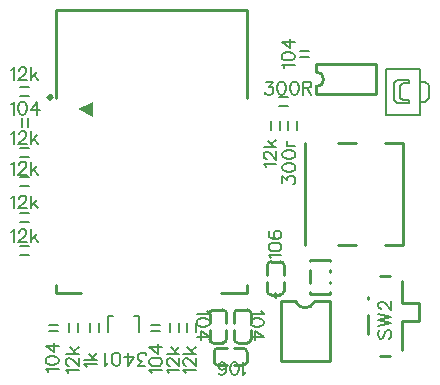
<source format=gto>
G04 Layer: TopSilkLayer*
G04 EasyEDA v6.4.25, 2021-11-23T22:35:47+08:00*
G04 b1e9ac58b82e44e2a900f0cbd8408905,45ba98ba689c459a8d72e4540021d05b,10*
G04 Gerber Generator version 0.2*
G04 Scale: 100 percent, Rotated: No, Reflected: No *
G04 Dimensions in millimeters *
G04 leading zeros omitted , absolute positions ,4 integer and 5 decimal *
%FSLAX45Y45*%
%MOMM*%

%ADD10C,0.2540*%
%ADD31C,0.2032*%
%ADD32C,0.1524*%
%ADD33C,0.2000*%
%ADD34C,0.3000*%

%LPD*%
D32*
X86918Y742375D02*
G01*
X97332Y747455D01*
X112826Y762949D01*
X112826Y653983D01*
X178358Y762949D02*
G01*
X162864Y757869D01*
X152450Y742375D01*
X147116Y716213D01*
X147116Y700719D01*
X152450Y674811D01*
X162864Y659063D01*
X178358Y653983D01*
X188772Y653983D01*
X204266Y659063D01*
X214680Y674811D01*
X220014Y700719D01*
X220014Y716213D01*
X214680Y742375D01*
X204266Y757869D01*
X188772Y762949D01*
X178358Y762949D01*
X306120Y762949D02*
G01*
X254304Y690305D01*
X332028Y690305D01*
X306120Y762949D02*
G01*
X306120Y653983D01*
X86918Y234370D02*
G01*
X97332Y239450D01*
X112826Y254944D01*
X112826Y145978D01*
X152450Y229036D02*
G01*
X152450Y234370D01*
X157530Y244784D01*
X162864Y249864D01*
X173278Y254944D01*
X193852Y254944D01*
X204266Y249864D01*
X209600Y244784D01*
X214680Y234370D01*
X214680Y223956D01*
X209600Y213542D01*
X199186Y197794D01*
X147116Y145978D01*
X220014Y145978D01*
X254304Y254944D02*
G01*
X254304Y145978D01*
X306120Y218622D02*
G01*
X254304Y166806D01*
X274878Y187634D02*
G01*
X311454Y145978D01*
X86918Y493450D02*
G01*
X97332Y498530D01*
X112826Y514024D01*
X112826Y405058D01*
X152450Y488116D02*
G01*
X152450Y493450D01*
X157530Y503864D01*
X162864Y508944D01*
X173278Y514024D01*
X193852Y514024D01*
X204266Y508944D01*
X209600Y503864D01*
X214680Y493450D01*
X214680Y483036D01*
X209600Y472622D01*
X199186Y456874D01*
X147116Y405058D01*
X220014Y405058D01*
X254304Y514024D02*
G01*
X254304Y405058D01*
X306120Y477702D02*
G01*
X254304Y425886D01*
X274878Y446714D02*
G01*
X311454Y405058D01*
X86918Y1031935D02*
G01*
X97332Y1037015D01*
X112826Y1052509D01*
X112826Y943543D01*
X152450Y1026601D02*
G01*
X152450Y1031935D01*
X157530Y1042349D01*
X162864Y1047429D01*
X173278Y1052509D01*
X193852Y1052509D01*
X204266Y1047429D01*
X209600Y1042349D01*
X214680Y1031935D01*
X214680Y1021521D01*
X209600Y1011107D01*
X199186Y995359D01*
X147116Y943543D01*
X220014Y943543D01*
X254304Y1052509D02*
G01*
X254304Y943543D01*
X306120Y1016187D02*
G01*
X254304Y964371D01*
X274878Y985199D02*
G01*
X311454Y943543D01*
X86918Y-339669D02*
G01*
X97332Y-334589D01*
X112826Y-319095D01*
X112826Y-428061D01*
X152450Y-345003D02*
G01*
X152450Y-339669D01*
X157530Y-329255D01*
X162864Y-324175D01*
X173278Y-319095D01*
X193852Y-319095D01*
X204266Y-324175D01*
X209600Y-329255D01*
X214680Y-339669D01*
X214680Y-350083D01*
X209600Y-360497D01*
X199186Y-376245D01*
X147116Y-428061D01*
X220014Y-428061D01*
X254304Y-319095D02*
G01*
X254304Y-428061D01*
X306120Y-355417D02*
G01*
X254304Y-407233D01*
X274878Y-386405D02*
G01*
X311454Y-428061D01*
X1561840Y-1536908D02*
G01*
X1556760Y-1526494D01*
X1541266Y-1511000D01*
X1650232Y-1511000D01*
X1567174Y-1471376D02*
G01*
X1561840Y-1471376D01*
X1551426Y-1466296D01*
X1546346Y-1460962D01*
X1541266Y-1450548D01*
X1541266Y-1429974D01*
X1546346Y-1419560D01*
X1551426Y-1414226D01*
X1561840Y-1409146D01*
X1572254Y-1409146D01*
X1582668Y-1414226D01*
X1598416Y-1424640D01*
X1650232Y-1476710D01*
X1650232Y-1403812D01*
X1541266Y-1369522D02*
G01*
X1650232Y-1369522D01*
X1577588Y-1317706D02*
G01*
X1629404Y-1369522D01*
X1608576Y-1348948D02*
G01*
X1650232Y-1312372D01*
X1421744Y-1536700D02*
G01*
X1416664Y-1526286D01*
X1401170Y-1510792D01*
X1510136Y-1510792D01*
X1427078Y-1471168D02*
G01*
X1421744Y-1471168D01*
X1411330Y-1466088D01*
X1406250Y-1460754D01*
X1401170Y-1450339D01*
X1401170Y-1429766D01*
X1406250Y-1419351D01*
X1411330Y-1414018D01*
X1421744Y-1408938D01*
X1432158Y-1408938D01*
X1442572Y-1414018D01*
X1458320Y-1424432D01*
X1510136Y-1476501D01*
X1510136Y-1403604D01*
X1401170Y-1369314D02*
G01*
X1510136Y-1369314D01*
X1437492Y-1317498D02*
G01*
X1489308Y-1369314D01*
X1468480Y-1348739D02*
G01*
X1510136Y-1312164D01*
X1274429Y-1536694D02*
G01*
X1269349Y-1526280D01*
X1253855Y-1510786D01*
X1362821Y-1510786D01*
X1253855Y-1445254D02*
G01*
X1258935Y-1460748D01*
X1274429Y-1471162D01*
X1300591Y-1476496D01*
X1316085Y-1476496D01*
X1341993Y-1471162D01*
X1357741Y-1460748D01*
X1362821Y-1445254D01*
X1362821Y-1434840D01*
X1357741Y-1419346D01*
X1341993Y-1408932D01*
X1316085Y-1403598D01*
X1300591Y-1403598D01*
X1274429Y-1408932D01*
X1258935Y-1419346D01*
X1253855Y-1434840D01*
X1253855Y-1445254D01*
X1253855Y-1317492D02*
G01*
X1326499Y-1369308D01*
X1326499Y-1291584D01*
X1253855Y-1317492D02*
G01*
X1362821Y-1317492D01*
X1218945Y-1471599D02*
G01*
X1161795Y-1471599D01*
X1193038Y-1430197D01*
X1177289Y-1430197D01*
X1167129Y-1424863D01*
X1161795Y-1419783D01*
X1156715Y-1404289D01*
X1156715Y-1393875D01*
X1161795Y-1378127D01*
X1172210Y-1367713D01*
X1187703Y-1362633D01*
X1203451Y-1362633D01*
X1218945Y-1367713D01*
X1224279Y-1373047D01*
X1229360Y-1383461D01*
X1070355Y-1471599D02*
G01*
X1122426Y-1398955D01*
X1044448Y-1398955D01*
X1070355Y-1471599D02*
G01*
X1070355Y-1362633D01*
X978915Y-1471599D02*
G01*
X994410Y-1466519D01*
X1004824Y-1451025D01*
X1010157Y-1424863D01*
X1010157Y-1409369D01*
X1004824Y-1383461D01*
X994410Y-1367713D01*
X978915Y-1362633D01*
X968501Y-1362633D01*
X953007Y-1367713D01*
X942593Y-1383461D01*
X937260Y-1409369D01*
X937260Y-1424863D01*
X942593Y-1451025D01*
X953007Y-1466519D01*
X968501Y-1471599D01*
X978915Y-1471599D01*
X902969Y-1451025D02*
G01*
X892810Y-1456105D01*
X877062Y-1471599D01*
X877062Y-1362633D01*
X725835Y-1485894D02*
G01*
X720755Y-1475480D01*
X705007Y-1459986D01*
X814227Y-1459986D01*
X705007Y-1425696D02*
G01*
X814227Y-1425696D01*
X741583Y-1373626D02*
G01*
X793399Y-1425696D01*
X772571Y-1404868D02*
G01*
X814227Y-1368546D01*
X568309Y-1536694D02*
G01*
X563229Y-1526280D01*
X547735Y-1510786D01*
X656701Y-1510786D01*
X573643Y-1471162D02*
G01*
X568309Y-1471162D01*
X557895Y-1466082D01*
X552815Y-1460748D01*
X547735Y-1450334D01*
X547735Y-1429760D01*
X552815Y-1419346D01*
X557895Y-1414012D01*
X568309Y-1408932D01*
X578723Y-1408932D01*
X589137Y-1414012D01*
X604885Y-1424426D01*
X656701Y-1476496D01*
X656701Y-1403598D01*
X547735Y-1369308D02*
G01*
X656701Y-1369308D01*
X584057Y-1317492D02*
G01*
X635873Y-1369308D01*
X615045Y-1348734D02*
G01*
X656701Y-1312158D01*
X398109Y-1526519D02*
G01*
X393029Y-1516105D01*
X377535Y-1500611D01*
X486501Y-1500611D01*
X377535Y-1435079D02*
G01*
X382615Y-1450573D01*
X398109Y-1460987D01*
X424271Y-1466321D01*
X439765Y-1466321D01*
X465673Y-1460987D01*
X481421Y-1450573D01*
X486501Y-1435079D01*
X486501Y-1424665D01*
X481421Y-1409171D01*
X465673Y-1398757D01*
X439765Y-1393423D01*
X424271Y-1393423D01*
X398109Y-1398757D01*
X382615Y-1409171D01*
X377535Y-1424665D01*
X377535Y-1435079D01*
X377535Y-1307317D02*
G01*
X450179Y-1359133D01*
X450179Y-1281409D01*
X377535Y-1307317D02*
G01*
X486501Y-1307317D01*
X2397074Y1051559D02*
G01*
X2391994Y1061974D01*
X2376500Y1077468D01*
X2485466Y1077468D01*
X2376500Y1143000D02*
G01*
X2381580Y1127505D01*
X2397074Y1117092D01*
X2423236Y1111757D01*
X2438730Y1111757D01*
X2464638Y1117092D01*
X2480386Y1127505D01*
X2485466Y1143000D01*
X2485466Y1153413D01*
X2480386Y1168907D01*
X2464638Y1179322D01*
X2438730Y1184655D01*
X2423236Y1184655D01*
X2397074Y1179322D01*
X2381580Y1168907D01*
X2376500Y1153413D01*
X2376500Y1143000D01*
X2376500Y1270761D02*
G01*
X2449144Y1218946D01*
X2449144Y1296670D01*
X2376500Y1270761D02*
G01*
X2485466Y1270761D01*
X2243063Y930574D02*
G01*
X2300213Y930574D01*
X2268971Y889172D01*
X2284719Y889172D01*
X2294879Y883838D01*
X2300213Y878758D01*
X2305293Y863264D01*
X2305293Y852850D01*
X2300213Y837102D01*
X2289799Y826688D01*
X2274305Y821608D01*
X2258557Y821608D01*
X2243063Y826688D01*
X2237729Y832022D01*
X2232649Y842436D01*
X2370825Y930574D02*
G01*
X2355331Y925494D01*
X2344917Y910000D01*
X2339583Y883838D01*
X2339583Y868344D01*
X2344917Y842436D01*
X2355331Y826688D01*
X2370825Y821608D01*
X2381239Y821608D01*
X2396733Y826688D01*
X2407147Y842436D01*
X2412481Y868344D01*
X2412481Y883838D01*
X2407147Y910000D01*
X2396733Y925494D01*
X2381239Y930574D01*
X2370825Y930574D01*
X2477759Y930574D02*
G01*
X2462265Y925494D01*
X2451851Y910000D01*
X2446771Y883838D01*
X2446771Y868344D01*
X2451851Y842436D01*
X2462265Y826688D01*
X2477759Y821608D01*
X2488173Y821608D01*
X2503921Y826688D01*
X2514335Y842436D01*
X2519415Y868344D01*
X2519415Y883838D01*
X2514335Y910000D01*
X2503921Y925494D01*
X2488173Y930574D01*
X2477759Y930574D01*
X2553705Y930574D02*
G01*
X2553705Y821608D01*
X2553705Y930574D02*
G01*
X2600441Y930574D01*
X2616189Y925494D01*
X2621269Y920414D01*
X2626349Y910000D01*
X2626349Y899586D01*
X2621269Y889172D01*
X2616189Y883838D01*
X2600441Y878758D01*
X2553705Y878758D01*
X2590027Y878758D02*
G01*
X2626349Y821608D01*
X2242129Y213215D02*
G01*
X2237049Y223629D01*
X2221555Y239123D01*
X2330521Y239123D01*
X2247463Y278747D02*
G01*
X2242129Y278747D01*
X2231715Y283827D01*
X2226635Y289161D01*
X2221555Y299575D01*
X2221555Y320149D01*
X2226635Y330563D01*
X2231715Y335897D01*
X2242129Y340977D01*
X2252543Y340977D01*
X2262957Y335897D01*
X2278705Y325483D01*
X2330521Y273413D01*
X2330521Y346311D01*
X2221555Y380601D02*
G01*
X2330521Y380601D01*
X2257877Y432417D02*
G01*
X2309693Y380601D01*
X2288865Y401175D02*
G01*
X2330521Y437751D01*
X2381470Y73799D02*
G01*
X2381470Y130949D01*
X2423126Y99961D01*
X2423126Y115455D01*
X2428206Y125869D01*
X2433540Y130949D01*
X2449034Y136283D01*
X2459448Y136283D01*
X2474942Y130949D01*
X2485356Y120535D01*
X2490690Y105041D01*
X2490690Y89547D01*
X2485356Y73799D01*
X2480276Y68719D01*
X2469862Y63385D01*
X2381470Y201815D02*
G01*
X2386804Y186067D01*
X2402298Y175653D01*
X2428206Y170573D01*
X2443954Y170573D01*
X2469862Y175653D01*
X2485356Y186067D01*
X2490690Y201815D01*
X2490690Y211975D01*
X2485356Y227723D01*
X2469862Y238137D01*
X2443954Y243217D01*
X2428206Y243217D01*
X2402298Y238137D01*
X2386804Y227723D01*
X2381470Y211975D01*
X2381470Y201815D01*
X2381470Y308749D02*
G01*
X2386804Y293255D01*
X2402298Y282841D01*
X2428206Y277507D01*
X2443954Y277507D01*
X2469862Y282841D01*
X2485356Y293255D01*
X2490690Y308749D01*
X2490690Y319163D01*
X2485356Y334657D01*
X2469862Y345071D01*
X2443954Y350405D01*
X2428206Y350405D01*
X2402298Y345071D01*
X2386804Y334657D01*
X2381470Y319163D01*
X2381470Y308749D01*
X2417792Y384695D02*
G01*
X2490690Y384695D01*
X2449034Y384695D02*
G01*
X2433540Y389775D01*
X2423126Y400189D01*
X2417792Y410603D01*
X2417792Y426097D01*
X86918Y-52649D02*
G01*
X97332Y-47569D01*
X112826Y-32075D01*
X112826Y-141041D01*
X152450Y-57983D02*
G01*
X152450Y-52649D01*
X157530Y-42235D01*
X162864Y-37155D01*
X173278Y-32075D01*
X193852Y-32075D01*
X204266Y-37155D01*
X209600Y-42235D01*
X214680Y-52649D01*
X214680Y-63063D01*
X209600Y-73477D01*
X199186Y-89225D01*
X147116Y-141041D01*
X220014Y-141041D01*
X254304Y-32075D02*
G01*
X254304Y-141041D01*
X306120Y-68397D02*
G01*
X254304Y-120213D01*
X274878Y-99385D02*
G01*
X311454Y-141041D01*
X2285339Y-563880D02*
G01*
X2280259Y-553466D01*
X2264765Y-537972D01*
X2373731Y-537972D01*
X2264765Y-472439D02*
G01*
X2269845Y-487934D01*
X2285339Y-498348D01*
X2311501Y-503682D01*
X2326995Y-503682D01*
X2352903Y-498348D01*
X2368651Y-487934D01*
X2373731Y-472439D01*
X2373731Y-462025D01*
X2368651Y-446532D01*
X2352903Y-436118D01*
X2326995Y-430784D01*
X2311501Y-430784D01*
X2285339Y-436118D01*
X2269845Y-446532D01*
X2264765Y-462025D01*
X2264765Y-472439D01*
X2280259Y-334263D02*
G01*
X2269845Y-339344D01*
X2264765Y-355092D01*
X2264765Y-365506D01*
X2269845Y-381000D01*
X2285339Y-391413D01*
X2311501Y-396494D01*
X2337409Y-396494D01*
X2358237Y-391413D01*
X2368651Y-381000D01*
X2373731Y-365506D01*
X2373731Y-360172D01*
X2368651Y-344678D01*
X2358237Y-334263D01*
X2342489Y-328930D01*
X2337409Y-328930D01*
X2321915Y-334263D01*
X2311501Y-344678D01*
X2306167Y-360172D01*
X2306167Y-365506D01*
X2311501Y-381000D01*
X2321915Y-391413D01*
X2337409Y-396494D01*
X2072629Y-1529770D02*
G01*
X2062215Y-1534850D01*
X2046721Y-1550344D01*
X2046721Y-1441378D01*
X1981189Y-1550344D02*
G01*
X1996683Y-1545264D01*
X2007097Y-1529770D01*
X2012431Y-1503608D01*
X2012431Y-1488114D01*
X2007097Y-1462206D01*
X1996683Y-1446458D01*
X1981189Y-1441378D01*
X1970775Y-1441378D01*
X1955281Y-1446458D01*
X1944867Y-1462206D01*
X1939533Y-1488114D01*
X1939533Y-1503608D01*
X1944867Y-1529770D01*
X1955281Y-1545264D01*
X1970775Y-1550344D01*
X1981189Y-1550344D01*
X1843013Y-1534850D02*
G01*
X1848093Y-1545264D01*
X1863841Y-1550344D01*
X1874255Y-1550344D01*
X1889749Y-1545264D01*
X1900163Y-1529770D01*
X1905243Y-1503608D01*
X1905243Y-1477700D01*
X1900163Y-1456872D01*
X1889749Y-1446458D01*
X1874255Y-1441378D01*
X1868921Y-1441378D01*
X1853427Y-1446458D01*
X1843013Y-1456872D01*
X1837679Y-1472620D01*
X1837679Y-1477700D01*
X1843013Y-1493194D01*
X1853427Y-1503608D01*
X1868921Y-1508942D01*
X1874255Y-1508942D01*
X1889749Y-1503608D01*
X1900163Y-1493194D01*
X1905243Y-1477700D01*
X1745655Y-1008385D02*
G01*
X1750735Y-1018799D01*
X1766229Y-1034293D01*
X1657263Y-1034293D01*
X1766229Y-1099825D02*
G01*
X1761149Y-1084331D01*
X1745655Y-1073917D01*
X1719493Y-1068583D01*
X1703999Y-1068583D01*
X1678091Y-1073917D01*
X1662343Y-1084331D01*
X1657263Y-1099825D01*
X1657263Y-1110239D01*
X1662343Y-1125733D01*
X1678091Y-1136147D01*
X1703999Y-1141481D01*
X1719493Y-1141481D01*
X1745655Y-1136147D01*
X1761149Y-1125733D01*
X1766229Y-1110239D01*
X1766229Y-1099825D01*
X1766229Y-1227587D02*
G01*
X1693585Y-1175771D01*
X1693585Y-1253495D01*
X1766229Y-1227587D02*
G01*
X1657263Y-1227587D01*
X2202855Y-1010925D02*
G01*
X2207935Y-1021339D01*
X2223429Y-1036833D01*
X2114463Y-1036833D01*
X2223429Y-1102365D02*
G01*
X2218349Y-1086871D01*
X2202855Y-1076457D01*
X2176693Y-1071123D01*
X2161199Y-1071123D01*
X2135291Y-1076457D01*
X2119543Y-1086871D01*
X2114463Y-1102365D01*
X2114463Y-1112779D01*
X2119543Y-1128273D01*
X2135291Y-1138687D01*
X2161199Y-1144021D01*
X2176693Y-1144021D01*
X2202855Y-1138687D01*
X2218349Y-1128273D01*
X2223429Y-1112779D01*
X2223429Y-1102365D01*
X2223429Y-1230127D02*
G01*
X2150785Y-1178311D01*
X2150785Y-1256035D01*
X2223429Y-1230127D02*
G01*
X2114463Y-1230127D01*
X3209879Y-1169426D02*
G01*
X3199465Y-1179840D01*
X3194385Y-1195334D01*
X3194385Y-1216162D01*
X3199465Y-1231656D01*
X3209879Y-1242070D01*
X3220293Y-1242070D01*
X3230707Y-1236990D01*
X3235787Y-1231656D01*
X3241121Y-1221242D01*
X3251535Y-1190000D01*
X3256615Y-1179840D01*
X3261695Y-1174506D01*
X3272109Y-1169426D01*
X3287857Y-1169426D01*
X3298271Y-1179840D01*
X3303351Y-1195334D01*
X3303351Y-1216162D01*
X3298271Y-1231656D01*
X3287857Y-1242070D01*
X3194385Y-1135136D02*
G01*
X3303351Y-1108974D01*
X3194385Y-1083066D02*
G01*
X3303351Y-1108974D01*
X3194385Y-1083066D02*
G01*
X3303351Y-1057158D01*
X3194385Y-1031250D02*
G01*
X3303351Y-1057158D01*
X3220293Y-991626D02*
G01*
X3214959Y-991626D01*
X3204545Y-986546D01*
X3199465Y-981212D01*
X3194385Y-970798D01*
X3194385Y-949970D01*
X3199465Y-939810D01*
X3204545Y-934476D01*
X3214959Y-929396D01*
X3225373Y-929396D01*
X3235787Y-934476D01*
X3251535Y-944890D01*
X3303351Y-996960D01*
X3303351Y-924062D01*
G36*
X773988Y762203D02*
G01*
X646988Y698703D01*
X773988Y635203D01*
G37*
D10*
X2084677Y-1279461D02*
G01*
X2004674Y-1279461D01*
X2115662Y-1168486D02*
G01*
X2115662Y-1248483D01*
X1973696Y-1168486D02*
G01*
X1973696Y-1248483D01*
X2116244Y-1110896D02*
G01*
X2116244Y-1030897D01*
X2085261Y-999914D02*
G01*
X2005263Y-999914D01*
X1974283Y-1110896D02*
G01*
X1974283Y-1030897D01*
X1876397Y-1279461D02*
G01*
X1796394Y-1279461D01*
X1907382Y-1168486D02*
G01*
X1907382Y-1248483D01*
X1765416Y-1168486D02*
G01*
X1765416Y-1248483D01*
X1907964Y-1110896D02*
G01*
X1907964Y-1030897D01*
X1876981Y-999914D02*
G01*
X1796983Y-999914D01*
X1766003Y-1110896D02*
G01*
X1766003Y-1030897D01*
X3006608Y416501D02*
G01*
X2854208Y416501D01*
X3247908Y-447098D02*
G01*
X3400308Y-447098D01*
X3400308Y416501D01*
X3247908Y416501D01*
X2854208Y-447098D02*
G01*
X3006608Y-447098D01*
X2574808Y-447098D02*
G01*
X2574808Y416501D01*
D31*
X3453589Y748278D02*
G01*
X3453589Y773277D01*
X3403589Y773277D01*
X3378591Y798278D01*
X3378591Y898278D01*
X3403589Y923279D01*
X3453589Y923279D01*
X3453589Y948278D01*
X3353589Y948278D01*
X3328588Y923279D01*
X3328588Y773277D01*
X3353589Y748278D01*
X3453589Y748278D01*
X3548590Y933279D02*
G01*
X3588590Y933279D01*
X3618590Y903279D01*
X3618590Y793280D01*
X3588590Y763277D01*
X3548590Y763277D01*
X3258588Y1043279D02*
G01*
X3258588Y653277D01*
X3548590Y653277D01*
X3548590Y1043279D01*
X3258588Y1043279D01*
D10*
X3293391Y-709020D02*
G01*
X3209622Y-709020D01*
X3108020Y-1042136D02*
G01*
X3108020Y-1204912D01*
X3108020Y-905906D02*
G01*
X3108020Y-892136D01*
X3108020Y-905906D01*
X3108020Y-1124018D02*
G01*
X3108020Y-1042136D01*
X3293391Y-1389019D02*
G01*
X3209622Y-1389019D01*
X3393018Y-1092197D02*
G01*
X3393018Y-1340906D01*
X3393018Y-939022D02*
G01*
X3393018Y-757138D01*
X3541184Y-1092197D02*
G01*
X3393018Y-1092197D01*
X3541184Y-939022D02*
G01*
X3393018Y-939022D01*
X3541184Y-1092197D02*
G01*
X3541184Y-939022D01*
X2082101Y-1357022D02*
G01*
X2082101Y-1437025D01*
X1971126Y-1326037D02*
G01*
X2051123Y-1326037D01*
X1971126Y-1468003D02*
G01*
X2051123Y-1468003D01*
X1913536Y-1325455D02*
G01*
X1833537Y-1325455D01*
X1802554Y-1356438D02*
G01*
X1802554Y-1436436D01*
X1913536Y-1467416D02*
G01*
X1833537Y-1467416D01*
X2618740Y-586739D02*
G01*
X2618740Y-576580D01*
X2781299Y-576580D01*
X2781299Y-586739D01*
X2781299Y-850900D02*
G01*
X2781299Y-861060D01*
X2618740Y-861060D01*
X2618740Y-850900D01*
X2618740Y-772160D02*
G01*
X2618740Y-665480D01*
X2781299Y-762000D02*
G01*
X2781299Y-772160D01*
X2781299Y-665480D02*
G01*
X2781299Y-675639D01*
D32*
X1267460Y-1176020D02*
G01*
X1343660Y-1176020D01*
X1267460Y-1125220D02*
G01*
X1343660Y-1125220D01*
X223519Y546100D02*
G01*
X223519Y622300D01*
X172719Y546100D02*
G01*
X172719Y622300D01*
X403860Y-1176020D02*
G01*
X480060Y-1176020D01*
X403860Y-1125220D02*
G01*
X480060Y-1125220D01*
X2603489Y1193718D02*
G01*
X2527289Y1193718D01*
X2603489Y1142918D02*
G01*
X2527289Y1142918D01*
D33*
X1126360Y-1048280D02*
G01*
X1171359Y-1048280D01*
X1171359Y-1183279D01*
X906360Y-1048280D02*
G01*
X906360Y-1183279D01*
X906020Y-1048280D02*
G01*
X951359Y-1048280D01*
D32*
X828039Y-1188720D02*
G01*
X828039Y-1112520D01*
X751839Y-1188720D02*
G01*
X751839Y-1112520D01*
X236219Y891539D02*
G01*
X160019Y891539D01*
X236219Y815339D02*
G01*
X160019Y815339D01*
X236219Y124460D02*
G01*
X160019Y124460D01*
X236219Y48260D02*
G01*
X160019Y48260D01*
X236219Y-175260D02*
G01*
X160019Y-175260D01*
X236219Y-251460D02*
G01*
X160019Y-251460D01*
X236219Y-457200D02*
G01*
X160019Y-457200D01*
X236219Y-533400D02*
G01*
X160019Y-533400D01*
X2425689Y800018D02*
G01*
X2349489Y800018D01*
X2425689Y723818D02*
G01*
X2349489Y723818D01*
X1432560Y-1112520D02*
G01*
X1432560Y-1188720D01*
X1508760Y-1112520D02*
G01*
X1508760Y-1188720D01*
X2501889Y520618D02*
G01*
X2501889Y596818D01*
X2425689Y520618D02*
G01*
X2425689Y596818D01*
X2357119Y520700D02*
G01*
X2357119Y596900D01*
X2280919Y520700D02*
G01*
X2280919Y596900D01*
X574039Y-1112520D02*
G01*
X574039Y-1188720D01*
X650239Y-1112520D02*
G01*
X650239Y-1188720D01*
X1569719Y-1112520D02*
G01*
X1569719Y-1188720D01*
X1645919Y-1112520D02*
G01*
X1645919Y-1188720D01*
X236219Y368300D02*
G01*
X160019Y368300D01*
X236219Y292100D02*
G01*
X160019Y292100D01*
D10*
X2078372Y-792899D02*
G01*
X2078372Y-858113D01*
X1863156Y-858113D01*
X676823Y-858113D02*
G01*
X461639Y-858113D01*
X461639Y-792929D01*
X2078372Y790336D02*
G01*
X2078372Y1535818D01*
X461639Y1535818D01*
X461639Y790369D01*
X2666999Y889000D02*
G01*
X2666999Y825500D01*
X3174999Y825500D01*
X3174999Y1079500D01*
X2666999Y1079500D01*
X2666999Y1016000D01*
X2364077Y-870521D02*
G01*
X2284074Y-870521D01*
X2395062Y-759546D02*
G01*
X2395062Y-839543D01*
X2253096Y-759546D02*
G01*
X2253096Y-839543D01*
X2395644Y-701956D02*
G01*
X2395644Y-621957D01*
X2364661Y-590974D02*
G01*
X2284663Y-590974D01*
X2253683Y-701956D02*
G01*
X2253683Y-621957D01*
X2780563Y-926109D02*
G01*
X2780563Y-1436116D01*
X2780563Y-1436090D02*
G01*
X2370556Y-1436090D01*
X2370556Y-1436090D02*
G01*
X2370556Y-926084D01*
X2655569Y-926109D02*
G01*
X2780563Y-926109D01*
X2495549Y-926109D02*
G01*
X2370556Y-926109D01*
G75*
G01*
X2085261Y-999909D02*
G02*
X2116244Y-1030892I0J-30983D01*
G75*
G01*
X1974278Y-1030892D02*
G02*
X2005264Y-999909I30983J0D01*
G75*
G01*
X2115663Y-1248479D02*
G02*
X2084677Y-1279461I-30983J0D01*
G75*
G01*
X2004680Y-1279461D02*
G02*
X1973697Y-1248479I0J30982D01*
G75*
G01*
X1876981Y-999909D02*
G02*
X1907964Y-1030892I0J-30983D01*
G75*
G01*
X1765999Y-1030892D02*
G02*
X1796984Y-999909I30982J0D01*
G75*
G01*
X1907383Y-1248479D02*
G02*
X1876397Y-1279461I-30983J0D01*
G75*
G01*
X1796400Y-1279461D02*
G02*
X1765417Y-1248479I0J30982D01*
G75*
G01*
X1802549Y-1356439D02*
G02*
X1833532Y-1325456I30983J0D01*
G75*
G01*
X1833532Y-1467422D02*
G02*
X1802549Y-1436436I0J30983D01*
G75*
G01*
X2051119Y-1326037D02*
G02*
X2082102Y-1357023I0J-30983D01*
G75*
G01*
X2082102Y-1437020D02*
G02*
X2051119Y-1468003I-30983J0D01*
D34*
G75*
G01*
X399989Y801218D02*
G02*
X400004Y800555I15000J13D01*
D10*
G75*
G01*
X2667000Y889001D02*
G03*
X2667000Y1016001I0J63500D01*
G75*
G01*
X2364661Y-590969D02*
G02*
X2395644Y-621952I0J-30983D01*
G75*
G01*
X2253678Y-621952D02*
G02*
X2284664Y-590969I30983J0D01*
G75*
G01*
X2395063Y-839539D02*
G02*
X2364077Y-870522I-30983J0D01*
G75*
G01*
X2284080Y-870522D02*
G02*
X2253097Y-839539I0J30983D01*
G75*
G01*
X2655570Y-931113D02*
G02*
X2495550Y-931113I-80010J37528D01*
G75*
G01
X2342556Y-878108D02*
G03X2342556Y-878108I-17018J0D01*
M02*

</source>
